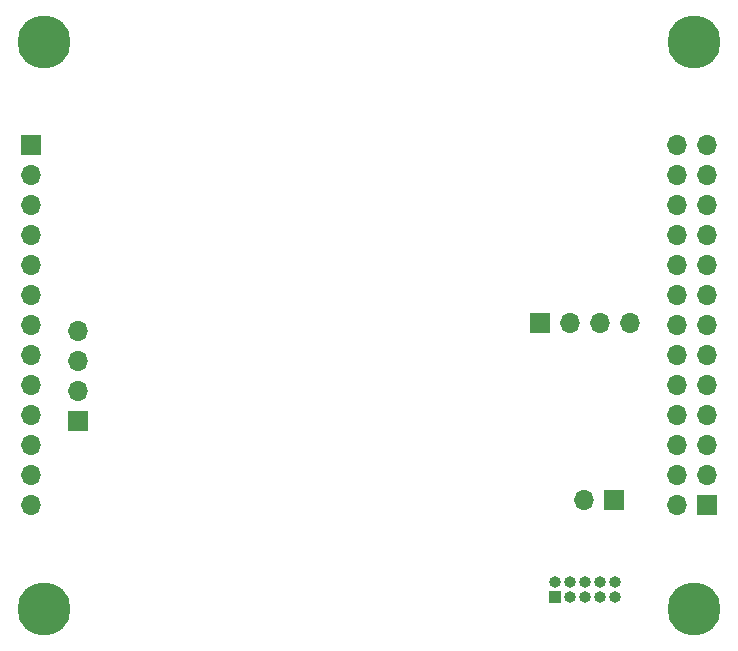
<source format=gbr>
%TF.GenerationSoftware,KiCad,Pcbnew,6.0.0-d3dd2cf0fa~116~ubuntu20.04.1*%
%TF.CreationDate,2022-01-05T21:30:45+00:00*%
%TF.ProjectId,opizero2_cc2652p,6f70697a-6572-46f3-925f-636332363532,rev?*%
%TF.SameCoordinates,Original*%
%TF.FileFunction,Soldermask,Bot*%
%TF.FilePolarity,Negative*%
%FSLAX46Y46*%
G04 Gerber Fmt 4.6, Leading zero omitted, Abs format (unit mm)*
G04 Created by KiCad (PCBNEW 6.0.0-d3dd2cf0fa~116~ubuntu20.04.1) date 2022-01-05 21:30:45*
%MOMM*%
%LPD*%
G01*
G04 APERTURE LIST*
%ADD10R,1.700000X1.700000*%
%ADD11O,1.700000X1.700000*%
%ADD12R,1.000000X1.000000*%
%ADD13O,1.000000X1.000000*%
%ADD14C,4.500000*%
G04 APERTURE END LIST*
D10*
%TO.C,J4*%
X170775000Y-101300000D03*
D11*
X168235000Y-101300000D03*
%TD*%
D10*
%TO.C,J5*%
X125380000Y-94570000D03*
D11*
X125380000Y-92030000D03*
X125380000Y-89490000D03*
X125380000Y-86950000D03*
%TD*%
D10*
%TO.C,J3*%
X164475000Y-86325000D03*
D11*
X167015000Y-86325000D03*
X169555000Y-86325000D03*
X172095000Y-86325000D03*
%TD*%
D12*
%TO.C,J6*%
X165760000Y-109465000D03*
D13*
X165760000Y-108195000D03*
X167030000Y-109465000D03*
X167030000Y-108195000D03*
X168300000Y-109465000D03*
X168300000Y-108195000D03*
X169570000Y-109465000D03*
X169570000Y-108195000D03*
X170840000Y-109465000D03*
X170840000Y-108195000D03*
%TD*%
D10*
%TO.C,J2*%
X121400000Y-71200000D03*
D11*
X121400000Y-73740000D03*
X121400000Y-76280000D03*
X121400000Y-78820000D03*
X121400000Y-81360000D03*
X121400000Y-83900000D03*
X121400000Y-86440000D03*
X121400000Y-88980000D03*
X121400000Y-91520000D03*
X121400000Y-94060000D03*
X121400000Y-96600000D03*
X121400000Y-99140000D03*
X121400000Y-101680000D03*
%TD*%
%TO.C,J1*%
X176060000Y-71220000D03*
X178600000Y-71220000D03*
X176060000Y-73760000D03*
X178600000Y-73760000D03*
X176060000Y-76300000D03*
X178600000Y-76300000D03*
X176060000Y-78840000D03*
X178600000Y-78840000D03*
X176060000Y-81380000D03*
X178600000Y-81380000D03*
X176060000Y-83920000D03*
X178600000Y-83920000D03*
X176060000Y-86460000D03*
X178600000Y-86460000D03*
X176060000Y-89000000D03*
X178600000Y-89000000D03*
X176060000Y-91540000D03*
X178600000Y-91540000D03*
X176060000Y-94080000D03*
X178600000Y-94080000D03*
X176060000Y-96620000D03*
X178600000Y-96620000D03*
X176060000Y-99160000D03*
X178600000Y-99160000D03*
X176060000Y-101700000D03*
D10*
X178600000Y-101700000D03*
%TD*%
D14*
%TO.C,H4*%
X122500000Y-110500000D03*
%TD*%
%TO.C,H3*%
X177500000Y-110500000D03*
%TD*%
%TO.C,H2*%
X177500000Y-62500000D03*
%TD*%
%TO.C,H1*%
X122500000Y-62500000D03*
%TD*%
M02*

</source>
